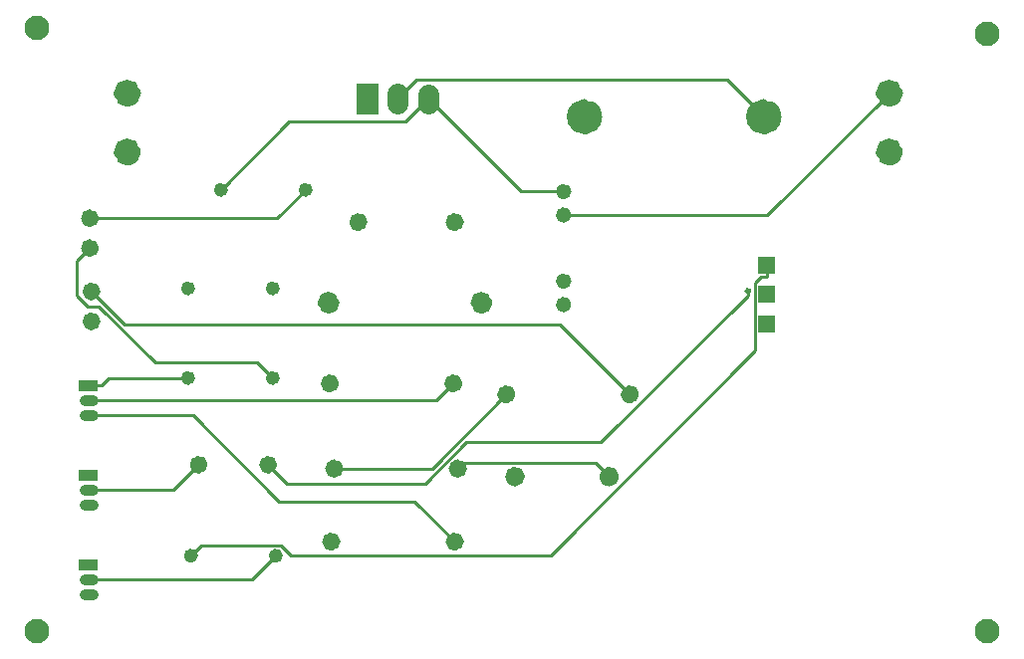
<source format=gtl>
%TF.GenerationSoftware,KiCad,Pcbnew,(6.0.7)*%
%TF.CreationDate,2023-02-05T18:06:45+01:00*%
%TF.ProjectId,projekt_fizike_panel_diellor,70726f6a-656b-4745-9f66-697a696b655f,rev?*%
%TF.SameCoordinates,Original*%
%TF.FileFunction,Copper,L1,Top*%
%TF.FilePolarity,Positive*%
%FSLAX46Y46*%
G04 Gerber Fmt 4.6, Leading zero omitted, Abs format (unit mm)*
G04 Created by KiCad (PCBNEW (6.0.7)) date 2023-02-05 18:06:45*
%MOMM*%
%LPD*%
G01*
G04 APERTURE LIST*
%TA.AperFunction,NonConductor*%
%ADD10C,0.800000*%
%TD*%
%TA.AperFunction,NonConductor*%
%ADD11C,0.939800*%
%TD*%
%TA.AperFunction,NonConductor*%
%ADD12C,1.150000*%
%TD*%
%TA.AperFunction,NonConductor*%
%ADD13C,0.650000*%
%TD*%
%TA.AperFunction,NonConductor*%
%ADD14C,0.600000*%
%TD*%
%TA.AperFunction,NonConductor*%
%ADD15C,0.762000*%
%TD*%
%TA.AperFunction,NonConductor*%
%ADD16C,0.000000*%
%TD*%
%TA.AperFunction,NonConductor*%
%ADD17C,1.500000*%
%TD*%
%TA.AperFunction,NonConductor*%
%ADD18C,0.850000*%
%TD*%
%TA.AperFunction,NonConductor*%
%ADD19C,0.305000*%
%TD*%
%TA.AperFunction,ViaPad*%
%ADD20C,2.100000*%
%TD*%
%TA.AperFunction,Conductor*%
%ADD21C,0.254000*%
%TD*%
%TA.AperFunction,Conductor*%
%ADD22C,0.900000*%
%TD*%
%TA.AperFunction,Conductor*%
%ADD23C,1.800000*%
%TD*%
G04 APERTURE END LIST*
D10*
X108239010Y-107722420D02*
G75*
G03*
X108239010Y-107722420I-400000J0D01*
G01*
D11*
X121075200Y-87402420D02*
G75*
G03*
X121075200Y-87402420I-469900J0D01*
G01*
D12*
X91075210Y-74585330D02*
G75*
G03*
X91075210Y-74585330I-575000J0D01*
G01*
D13*
X127909210Y-77943210D02*
G75*
G03*
X127909210Y-77943210I-325000J0D01*
G01*
D10*
X123115280Y-95199200D02*
G75*
G03*
X123115280Y-95199200I-400000J0D01*
G01*
D12*
X155845210Y-69585340D02*
G75*
G03*
X155845210Y-69585340I-575000J0D01*
G01*
D10*
X133615390Y-95199200D02*
G75*
G03*
X133615390Y-95199200I-400000J0D01*
G01*
X118993110Y-101499420D02*
G75*
G03*
X118993110Y-101499420I-400000J0D01*
G01*
D13*
X127909210Y-85563210D02*
G75*
G03*
X127909210Y-85563210I-325000J0D01*
G01*
D14*
X103163150Y-93802200D02*
G75*
G03*
X103163150Y-93802200I-300000J0D01*
G01*
D10*
X108112010Y-94260420D02*
G75*
G03*
X108112010Y-94260420I-400000J0D01*
G01*
D15*
X96948250Y-101168200D02*
G75*
G03*
X96948250Y-101168200I-381000J0D01*
G01*
X87833210Y-86436200D02*
G75*
G03*
X87833210Y-86436200I-381000J0D01*
G01*
D16*
G36*
X87998210Y-94887200D02*
G01*
X86398210Y-94887200D01*
X86398210Y-93987200D01*
X87998210Y-93987200D01*
X87998210Y-94887200D01*
G37*
D15*
X87833210Y-88976200D02*
G75*
G03*
X87833210Y-88976200I-381000J0D01*
G01*
D14*
X105957150Y-77800200D02*
G75*
G03*
X105957150Y-77800200I-300000J0D01*
G01*
X98757260Y-77800200D02*
G75*
G03*
X98757260Y-77800200I-300000J0D01*
G01*
X95963260Y-93802200D02*
G75*
G03*
X95963260Y-93802200I-300000J0D01*
G01*
D15*
X87706210Y-80213200D02*
G75*
G03*
X87706210Y-80213200I-381000J0D01*
G01*
D16*
G36*
X87998210Y-102507200D02*
G01*
X86398210Y-102507200D01*
X86398210Y-101607200D01*
X87998210Y-101607200D01*
X87998210Y-102507200D01*
G37*
D10*
X118732250Y-80544420D02*
G75*
G03*
X118732250Y-80544420I-400000J0D01*
G01*
D15*
X87706210Y-82753200D02*
G75*
G03*
X87706210Y-82753200I-381000J0D01*
G01*
D14*
X95963260Y-86182200D02*
G75*
G03*
X95963260Y-86182200I-300000J0D01*
G01*
D11*
X108074970Y-87402420D02*
G75*
G03*
X108074970Y-87402420I-469900J0D01*
G01*
D16*
G36*
X111827190Y-71348200D02*
G01*
X110027190Y-71348200D01*
X110027190Y-68748200D01*
X111827190Y-68748200D01*
X111827190Y-71348200D01*
G37*
G36*
X145567410Y-89890610D02*
G01*
X144145010Y-89890610D01*
X144145010Y-88468210D01*
X145567410Y-88468210D01*
X145567410Y-89890610D01*
G37*
D10*
X108493010Y-101499420D02*
G75*
G03*
X108493010Y-101499420I-400000J0D01*
G01*
D13*
X127909210Y-79943200D02*
G75*
G03*
X127909210Y-79943200I-325000J0D01*
G01*
D17*
X130112210Y-71577200D02*
G75*
G03*
X130112210Y-71577200I-750000J0D01*
G01*
D14*
X103417150Y-108915200D02*
G75*
G03*
X103417150Y-108915200I-300000J0D01*
G01*
D18*
X131882200Y-102184200D02*
G75*
G03*
X131882200Y-102184200I-425000J0D01*
G01*
D16*
G36*
X145567410Y-84912200D02*
G01*
X144145010Y-84912200D01*
X144145010Y-83489800D01*
X145567410Y-83489800D01*
X145567410Y-84912200D01*
G37*
D14*
X96217260Y-108915200D02*
G75*
G03*
X96217260Y-108915200I-300000J0D01*
G01*
D12*
X91075210Y-69585340D02*
G75*
G03*
X91075210Y-69585340I-575000J0D01*
G01*
D10*
X118612110Y-94260420D02*
G75*
G03*
X118612110Y-94260420I-400000J0D01*
G01*
D14*
X103163150Y-86182200D02*
G75*
G03*
X103163150Y-86182200I-300000J0D01*
G01*
D15*
X102848160Y-101168200D02*
G75*
G03*
X102848160Y-101168200I-381000J0D01*
G01*
D10*
X110532120Y-80544420D02*
G75*
G03*
X110532120Y-80544420I-400000J0D01*
G01*
D18*
X123882210Y-102184200D02*
G75*
G03*
X123882210Y-102184200I-425000J0D01*
G01*
D16*
G36*
X87998210Y-110127200D02*
G01*
X86398210Y-110127200D01*
X86398210Y-109227200D01*
X87998210Y-109227200D01*
X87998210Y-110127200D01*
G37*
D13*
X127909210Y-87563200D02*
G75*
G03*
X127909210Y-87563200I-325000J0D01*
G01*
D17*
X145352210Y-71577200D02*
G75*
G03*
X145352210Y-71577200I-750000J0D01*
G01*
D16*
G36*
X145567410Y-87401400D02*
G01*
X144145010Y-87401400D01*
X144145010Y-85979000D01*
X145567410Y-85979000D01*
X145567410Y-87401400D01*
G37*
D10*
X118739110Y-107722420D02*
G75*
G03*
X118739110Y-107722420I-400000J0D01*
G01*
D19*
X143402490Y-86394020D02*
G75*
G03*
X143402490Y-86394020I-152500J0D01*
G01*
D12*
X155845210Y-74585330D02*
G75*
G03*
X155845210Y-74585330I-575000J0D01*
G01*
D20*
X163576000Y-64516000D03*
X163576000Y-115316000D03*
X82804000Y-115316000D03*
X82804000Y-64008000D03*
D21*
X127584280Y-77943180D02*
X123932520Y-77943180D01*
X101085220Y-110947180D02*
X103117220Y-108915180D01*
X115048870Y-68466440D02*
X113467220Y-70048100D01*
X127296250Y-89279960D02*
X90296070Y-89279960D01*
X92854350Y-92454710D02*
X101515750Y-92454710D01*
X114930760Y-104313970D02*
X118339190Y-107722400D01*
X104254380Y-72003140D02*
X114102220Y-72003140D01*
X114102220Y-72003140D02*
X116047350Y-70058010D01*
X144856280Y-84200980D02*
X144856280Y-85193360D01*
D22*
X87548220Y-104597200D02*
X86848220Y-104597200D01*
D21*
X144912420Y-79943180D02*
X127584280Y-79943180D01*
X96567330Y-101168180D02*
X94408330Y-103327180D01*
X94408330Y-103327180D02*
X87198280Y-103327180D01*
D22*
X87548220Y-96977200D02*
X86848220Y-96977200D01*
D21*
X119294740Y-99268770D02*
X130766140Y-99268770D01*
D22*
X87548220Y-112217200D02*
X86848220Y-112217200D01*
D21*
X87198280Y-96977180D02*
X96085490Y-96977180D01*
D23*
X113467140Y-69648130D02*
X113467140Y-70448120D01*
D21*
X98457340Y-77800180D02*
X104254380Y-72003140D01*
X116415140Y-101499400D02*
X108093080Y-101499400D01*
X143863900Y-85689420D02*
X144359970Y-85193360D01*
X103589160Y-108033800D02*
X104415160Y-108859810D01*
X144359970Y-85193360D02*
X144856280Y-85193360D01*
X126460590Y-108859810D02*
X143863900Y-91456490D01*
X131457270Y-102184180D02*
X130301320Y-101028230D01*
X143249730Y-86394020D02*
X143249990Y-86394020D01*
X103244220Y-80213180D02*
X87325280Y-80213180D01*
X86203870Y-83874590D02*
X86203870Y-86813620D01*
D23*
X116047270Y-69658030D02*
X116047270Y-70458030D01*
D21*
X115804780Y-102758730D02*
X119294740Y-99268770D01*
X141491540Y-68466440D02*
X115048870Y-68466440D01*
X119064360Y-101028230D02*
X118593190Y-101499400D01*
X86203870Y-86813620D02*
X87096430Y-87706180D01*
X122715360Y-95199180D02*
X116415140Y-101499400D01*
X87096430Y-87706180D02*
X88105820Y-87706180D01*
X130301320Y-101028230D02*
X119064360Y-101028230D01*
X104057790Y-102758730D02*
X115804780Y-102758730D01*
X95663340Y-93802180D02*
X88914560Y-93802180D01*
X155270280Y-69585310D02*
X144912420Y-79943180D01*
X143863900Y-91456490D02*
X143863900Y-85689420D01*
X90296070Y-89279960D02*
X87452280Y-86436180D01*
X105657220Y-77800180D02*
X103244220Y-80213180D01*
D22*
X87548220Y-95707200D02*
X86848220Y-95707200D01*
X87548220Y-103327200D02*
X86848220Y-103327200D01*
D21*
X123932520Y-77943180D02*
X116047350Y-70058010D01*
X144602280Y-71577180D02*
X141491540Y-68466440D01*
X87198280Y-110947180D02*
X101085220Y-110947180D01*
X130766140Y-99268770D02*
X143249730Y-86785180D01*
X143249730Y-86785180D02*
X143249730Y-86394020D01*
X96798720Y-108033800D02*
X103589160Y-108033800D01*
X87198280Y-95707180D02*
X116765410Y-95707180D01*
X88105820Y-87706180D02*
X92854350Y-92454710D01*
X87325280Y-82753180D02*
X86203870Y-83874590D01*
X102467240Y-101168180D02*
X104057790Y-102758730D01*
X96085490Y-96977180D02*
X103422280Y-104313970D01*
X87198280Y-94437180D02*
X88279560Y-94437180D01*
X104415160Y-108859810D02*
X126460590Y-108859810D01*
X133215460Y-95199180D02*
X127296250Y-89279960D01*
X88914560Y-93802180D02*
X88279560Y-94437180D01*
X95917340Y-108915180D02*
X96798720Y-108033800D01*
X101515750Y-92454710D02*
X102863220Y-93802180D01*
D22*
X87548220Y-110947200D02*
X86848220Y-110947200D01*
D21*
X103422280Y-104313970D02*
X114930760Y-104313970D01*
X116765410Y-95707180D02*
X118212190Y-94260400D01*
M02*

</source>
